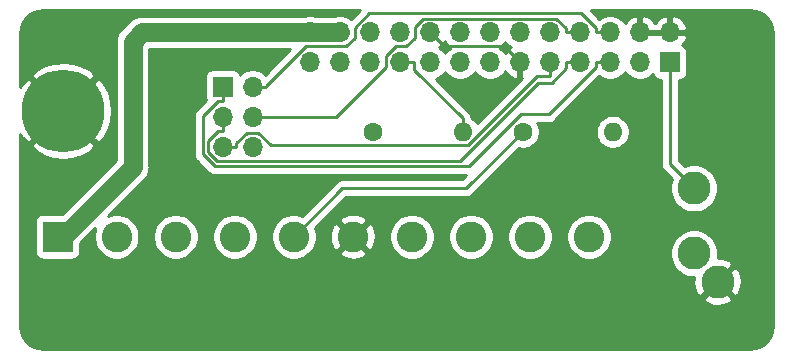
<source format=gbr>
G04 #@! TF.GenerationSoftware,KiCad,Pcbnew,5.1.5-52549c5~84~ubuntu18.04.1*
G04 #@! TF.CreationDate,2020-03-14T14:57:04-04:00*
G04 #@! TF.ProjectId,imac_g3_slot_loading_J22_adapter_board,696d6163-5f67-4335-9f73-6c6f745f6c6f,1*
G04 #@! TF.SameCoordinates,Original*
G04 #@! TF.FileFunction,Copper,L1,Top*
G04 #@! TF.FilePolarity,Positive*
%FSLAX46Y46*%
G04 Gerber Fmt 4.6, Leading zero omitted, Abs format (unit mm)*
G04 Created by KiCad (PCBNEW 5.1.5-52549c5~84~ubuntu18.04.1) date 2020-03-14 14:57:04*
%MOMM*%
%LPD*%
G04 APERTURE LIST*
%ADD10R,1.700000X1.700000*%
%ADD11O,1.700000X1.700000*%
%ADD12C,7.000000*%
%ADD13C,2.800000*%
%ADD14O,1.600000X1.600000*%
%ADD15C,1.600000*%
%ADD16R,2.600000X2.600000*%
%ADD17C,2.600000*%
%ADD18C,0.250000*%
%ADD19C,1.587600*%
%ADD20C,0.254000*%
G04 APERTURE END LIST*
D10*
X161544000Y-91948000D03*
D11*
X161544000Y-89408000D03*
X159004000Y-91948000D03*
X159004000Y-89408000D03*
X156464000Y-91948000D03*
X156464000Y-89408000D03*
X153924000Y-91948000D03*
X153924000Y-89408000D03*
X151384000Y-91948000D03*
X151384000Y-89408000D03*
X148844000Y-91948000D03*
X148844000Y-89408000D03*
X146304000Y-91948000D03*
X146304000Y-89408000D03*
X143764000Y-91948000D03*
X143764000Y-89408000D03*
X141224000Y-91948000D03*
X141224000Y-89408000D03*
X138684000Y-91948000D03*
X138684000Y-89408000D03*
X136144000Y-91948000D03*
X136144000Y-89408000D03*
X133604000Y-91948000D03*
X133604000Y-89408000D03*
X131064000Y-91948000D03*
X131064000Y-89408000D03*
D12*
X110172000Y-96038000D03*
D13*
X165582000Y-110518000D03*
X163582000Y-108118000D03*
X163582000Y-102618000D03*
D14*
X143992000Y-97818000D03*
D15*
X136372000Y-97818000D03*
X149072000Y-97818000D03*
D14*
X156692000Y-97818000D03*
D16*
X109702000Y-106708000D03*
D17*
X114702000Y-106708000D03*
X119702000Y-106708000D03*
X124702000Y-106708000D03*
X129702000Y-106708000D03*
X134702000Y-106708000D03*
X139702000Y-106708000D03*
X144702000Y-106708000D03*
X149702000Y-106708000D03*
X154702000Y-106708000D03*
D10*
X123672000Y-94008000D03*
D11*
X126212000Y-94008000D03*
X123672000Y-96548000D03*
X126212000Y-96548000D03*
X123672000Y-99088000D03*
X126212000Y-99088000D03*
D18*
X147994001Y-91098001D02*
X148844000Y-91948000D01*
X147479001Y-90583001D02*
X147994001Y-91098001D01*
X142399001Y-90583001D02*
X147479001Y-90583001D01*
X141224000Y-89408000D02*
X142399001Y-90583001D01*
X163582000Y-102618000D02*
X161544000Y-100580000D01*
X161544000Y-100580000D02*
X161544000Y-91948000D01*
X123672000Y-95183300D02*
X123304700Y-95183300D01*
X123304700Y-95183300D02*
X121994900Y-96493100D01*
X121994900Y-96493100D02*
X121994900Y-99732100D01*
X121994900Y-99732100D02*
X123020600Y-100757800D01*
X123020600Y-100757800D02*
X144531200Y-100757800D01*
X144531200Y-100757800D02*
X148946400Y-96342600D01*
X148946400Y-96342600D02*
X151270700Y-96342600D01*
X151270700Y-96342600D02*
X155288700Y-92324600D01*
X155288700Y-92324600D02*
X155288700Y-91948000D01*
X156464000Y-91948000D02*
X155288700Y-91948000D01*
X123672000Y-94008000D02*
X123672000Y-95183300D01*
X156464000Y-89408000D02*
X155288700Y-89408000D01*
X126212000Y-94008000D02*
X127387300Y-94008000D01*
X127387300Y-94008000D02*
X127387300Y-93934500D01*
X127387300Y-93934500D02*
X130738400Y-90583400D01*
X130738400Y-90583400D02*
X134129600Y-90583400D01*
X134129600Y-90583400D02*
X134874000Y-89839000D01*
X134874000Y-89839000D02*
X134874000Y-88996800D01*
X134874000Y-88996800D02*
X136088500Y-87782300D01*
X136088500Y-87782300D02*
X154028300Y-87782300D01*
X154028300Y-87782300D02*
X155288700Y-89042700D01*
X155288700Y-89042700D02*
X155288700Y-89408000D01*
X153924000Y-91948000D02*
X152748700Y-91948000D01*
X123672000Y-96548000D02*
X123672000Y-97723300D01*
X123672000Y-97723300D02*
X123304700Y-97723300D01*
X123304700Y-97723300D02*
X122445300Y-98582700D01*
X122445300Y-98582700D02*
X122445300Y-99545600D01*
X122445300Y-99545600D02*
X123163000Y-100263300D01*
X123163000Y-100263300D02*
X143789100Y-100263300D01*
X143789100Y-100263300D02*
X150401200Y-93651200D01*
X150401200Y-93651200D02*
X151559700Y-93651200D01*
X151559700Y-93651200D02*
X152748700Y-92462200D01*
X152748700Y-92462200D02*
X152748700Y-91948000D01*
X153924000Y-89408000D02*
X152748700Y-89408000D01*
X126212000Y-96548000D02*
X127387300Y-96548000D01*
X127387300Y-96548000D02*
X133293900Y-96548000D01*
X133293900Y-96548000D02*
X137508600Y-92333300D01*
X137508600Y-92333300D02*
X137508600Y-91422400D01*
X137508600Y-91422400D02*
X138347600Y-90583400D01*
X138347600Y-90583400D02*
X139209600Y-90583400D01*
X139209600Y-90583400D02*
X139954000Y-89839000D01*
X139954000Y-89839000D02*
X139954000Y-88924900D01*
X139954000Y-88924900D02*
X140646200Y-88232700D01*
X140646200Y-88232700D02*
X151940800Y-88232700D01*
X151940800Y-88232700D02*
X152748700Y-89040600D01*
X152748700Y-89040600D02*
X152748700Y-89408000D01*
X151384000Y-91948000D02*
X151384000Y-93123300D01*
X151384000Y-93123300D02*
X150292200Y-93123300D01*
X150292200Y-93123300D02*
X144449200Y-98966300D01*
X144449200Y-98966300D02*
X127752500Y-98966300D01*
X127752500Y-98966300D02*
X126698900Y-97912700D01*
X126698900Y-97912700D02*
X125725100Y-97912700D01*
X125725100Y-97912700D02*
X124847300Y-98790500D01*
X124847300Y-98790500D02*
X124847300Y-99088000D01*
X123672000Y-99088000D02*
X124847300Y-99088000D01*
X138684000Y-91948000D02*
X139859300Y-91948000D01*
X143992000Y-97818000D02*
X143992000Y-96692700D01*
X143992000Y-96692700D02*
X139859300Y-92560000D01*
X139859300Y-92560000D02*
X139859300Y-91948000D01*
D19*
X133604000Y-89408000D02*
X131064000Y-89408000D01*
X116052000Y-100819250D02*
X110163250Y-106708000D01*
X116052000Y-90198000D02*
X116052000Y-100819250D01*
X131064000Y-89408000D02*
X116842000Y-89408000D01*
X110163250Y-106708000D02*
X109702000Y-106708000D01*
X116842000Y-89408000D02*
X116052000Y-90198000D01*
D18*
X129702000Y-106708000D02*
X133802400Y-102607600D01*
X133802400Y-102607600D02*
X144282400Y-102607600D01*
X144282400Y-102607600D02*
X149072000Y-97818000D01*
D20*
G36*
X134545142Y-88250857D02*
G01*
X134307411Y-88092010D01*
X134037158Y-87980068D01*
X133750260Y-87923000D01*
X133457740Y-87923000D01*
X133175206Y-87979200D01*
X131492794Y-87979200D01*
X131210260Y-87923000D01*
X130917740Y-87923000D01*
X130635206Y-87979200D01*
X116912181Y-87979200D01*
X116842000Y-87972288D01*
X116771819Y-87979200D01*
X116771812Y-87979200D01*
X116561906Y-87999874D01*
X116292576Y-88081574D01*
X116044361Y-88214248D01*
X115826798Y-88392798D01*
X115782052Y-88447321D01*
X115091317Y-89138056D01*
X115036798Y-89182799D01*
X114858248Y-89400362D01*
X114735265Y-89630446D01*
X114725574Y-89648577D01*
X114648781Y-89901732D01*
X114643874Y-89917907D01*
X114623200Y-90127813D01*
X114623200Y-90127819D01*
X114616288Y-90198000D01*
X114623200Y-90268181D01*
X114623201Y-100227421D01*
X110080695Y-104769928D01*
X108402000Y-104769928D01*
X108277518Y-104782188D01*
X108157820Y-104818498D01*
X108047506Y-104877463D01*
X107950815Y-104956815D01*
X107871463Y-105053506D01*
X107812498Y-105163820D01*
X107776188Y-105283518D01*
X107763928Y-105408000D01*
X107763928Y-108008000D01*
X107776188Y-108132482D01*
X107812498Y-108252180D01*
X107871463Y-108362494D01*
X107950815Y-108459185D01*
X108047506Y-108538537D01*
X108157820Y-108597502D01*
X108277518Y-108633812D01*
X108402000Y-108646072D01*
X111002000Y-108646072D01*
X111126482Y-108633812D01*
X111246180Y-108597502D01*
X111356494Y-108538537D01*
X111453185Y-108459185D01*
X111532537Y-108362494D01*
X111591502Y-108252180D01*
X111627812Y-108132482D01*
X111640072Y-108008000D01*
X111640072Y-107251805D01*
X112907168Y-105984710D01*
X112841361Y-106143581D01*
X112767000Y-106517419D01*
X112767000Y-106898581D01*
X112841361Y-107272419D01*
X112987225Y-107624566D01*
X113198987Y-107941491D01*
X113468509Y-108211013D01*
X113785434Y-108422775D01*
X114137581Y-108568639D01*
X114511419Y-108643000D01*
X114892581Y-108643000D01*
X115266419Y-108568639D01*
X115618566Y-108422775D01*
X115935491Y-108211013D01*
X116205013Y-107941491D01*
X116416775Y-107624566D01*
X116562639Y-107272419D01*
X116637000Y-106898581D01*
X116637000Y-106517419D01*
X117767000Y-106517419D01*
X117767000Y-106898581D01*
X117841361Y-107272419D01*
X117987225Y-107624566D01*
X118198987Y-107941491D01*
X118468509Y-108211013D01*
X118785434Y-108422775D01*
X119137581Y-108568639D01*
X119511419Y-108643000D01*
X119892581Y-108643000D01*
X120266419Y-108568639D01*
X120618566Y-108422775D01*
X120935491Y-108211013D01*
X121205013Y-107941491D01*
X121416775Y-107624566D01*
X121562639Y-107272419D01*
X121637000Y-106898581D01*
X121637000Y-106517419D01*
X122767000Y-106517419D01*
X122767000Y-106898581D01*
X122841361Y-107272419D01*
X122987225Y-107624566D01*
X123198987Y-107941491D01*
X123468509Y-108211013D01*
X123785434Y-108422775D01*
X124137581Y-108568639D01*
X124511419Y-108643000D01*
X124892581Y-108643000D01*
X125266419Y-108568639D01*
X125618566Y-108422775D01*
X125935491Y-108211013D01*
X126205013Y-107941491D01*
X126416775Y-107624566D01*
X126562639Y-107272419D01*
X126637000Y-106898581D01*
X126637000Y-106517419D01*
X126562639Y-106143581D01*
X126416775Y-105791434D01*
X126205013Y-105474509D01*
X125935491Y-105204987D01*
X125618566Y-104993225D01*
X125266419Y-104847361D01*
X124892581Y-104773000D01*
X124511419Y-104773000D01*
X124137581Y-104847361D01*
X123785434Y-104993225D01*
X123468509Y-105204987D01*
X123198987Y-105474509D01*
X122987225Y-105791434D01*
X122841361Y-106143581D01*
X122767000Y-106517419D01*
X121637000Y-106517419D01*
X121562639Y-106143581D01*
X121416775Y-105791434D01*
X121205013Y-105474509D01*
X120935491Y-105204987D01*
X120618566Y-104993225D01*
X120266419Y-104847361D01*
X119892581Y-104773000D01*
X119511419Y-104773000D01*
X119137581Y-104847361D01*
X118785434Y-104993225D01*
X118468509Y-105204987D01*
X118198987Y-105474509D01*
X117987225Y-105791434D01*
X117841361Y-106143581D01*
X117767000Y-106517419D01*
X116637000Y-106517419D01*
X116562639Y-106143581D01*
X116416775Y-105791434D01*
X116205013Y-105474509D01*
X115935491Y-105204987D01*
X115618566Y-104993225D01*
X115266419Y-104847361D01*
X114892581Y-104773000D01*
X114511419Y-104773000D01*
X114137581Y-104847361D01*
X113978710Y-104913168D01*
X117012684Y-101879194D01*
X117067202Y-101834452D01*
X117245752Y-101616889D01*
X117378426Y-101368674D01*
X117460126Y-101099344D01*
X117480800Y-100889438D01*
X117480800Y-100889429D01*
X117487712Y-100819251D01*
X117480800Y-100749072D01*
X117480800Y-90836800D01*
X129410198Y-90836800D01*
X127275553Y-92971446D01*
X127158632Y-92854525D01*
X126915411Y-92692010D01*
X126645158Y-92580068D01*
X126358260Y-92523000D01*
X126065740Y-92523000D01*
X125778842Y-92580068D01*
X125508589Y-92692010D01*
X125265368Y-92854525D01*
X125133513Y-92986380D01*
X125111502Y-92913820D01*
X125052537Y-92803506D01*
X124973185Y-92706815D01*
X124876494Y-92627463D01*
X124766180Y-92568498D01*
X124646482Y-92532188D01*
X124522000Y-92519928D01*
X122822000Y-92519928D01*
X122697518Y-92532188D01*
X122577820Y-92568498D01*
X122467506Y-92627463D01*
X122370815Y-92706815D01*
X122291463Y-92803506D01*
X122232498Y-92913820D01*
X122196188Y-93033518D01*
X122183928Y-93158000D01*
X122183928Y-94858000D01*
X122196188Y-94982482D01*
X122232498Y-95102180D01*
X122259849Y-95153349D01*
X121483903Y-95929296D01*
X121454899Y-95953099D01*
X121414888Y-96001853D01*
X121359926Y-96068824D01*
X121357081Y-96074147D01*
X121289354Y-96200854D01*
X121245897Y-96344115D01*
X121234900Y-96455768D01*
X121234900Y-96455778D01*
X121231224Y-96493100D01*
X121234900Y-96530423D01*
X121234901Y-99694768D01*
X121231224Y-99732100D01*
X121234901Y-99769433D01*
X121243002Y-99851677D01*
X121245898Y-99881085D01*
X121289354Y-100024346D01*
X121359926Y-100156376D01*
X121429766Y-100241475D01*
X121454900Y-100272101D01*
X121483898Y-100295899D01*
X122456801Y-101268803D01*
X122480599Y-101297801D01*
X122596324Y-101392774D01*
X122728353Y-101463346D01*
X122871614Y-101506803D01*
X122983267Y-101517800D01*
X122983277Y-101517800D01*
X123020600Y-101521476D01*
X123057923Y-101517800D01*
X144297399Y-101517800D01*
X143967599Y-101847600D01*
X133839722Y-101847600D01*
X133802399Y-101843924D01*
X133765076Y-101847600D01*
X133765067Y-101847600D01*
X133653414Y-101858597D01*
X133510153Y-101902054D01*
X133378124Y-101972626D01*
X133262399Y-102067599D01*
X133238601Y-102096597D01*
X130422986Y-104912213D01*
X130266419Y-104847361D01*
X129892581Y-104773000D01*
X129511419Y-104773000D01*
X129137581Y-104847361D01*
X128785434Y-104993225D01*
X128468509Y-105204987D01*
X128198987Y-105474509D01*
X127987225Y-105791434D01*
X127841361Y-106143581D01*
X127767000Y-106517419D01*
X127767000Y-106898581D01*
X127841361Y-107272419D01*
X127987225Y-107624566D01*
X128198987Y-107941491D01*
X128468509Y-108211013D01*
X128785434Y-108422775D01*
X129137581Y-108568639D01*
X129511419Y-108643000D01*
X129892581Y-108643000D01*
X130266419Y-108568639D01*
X130618566Y-108422775D01*
X130935491Y-108211013D01*
X131089280Y-108057224D01*
X133532381Y-108057224D01*
X133664317Y-108352312D01*
X134005045Y-108523159D01*
X134372557Y-108624250D01*
X134752729Y-108651701D01*
X135130951Y-108604457D01*
X135492690Y-108484333D01*
X135739683Y-108352312D01*
X135871619Y-108057224D01*
X134702000Y-106887605D01*
X133532381Y-108057224D01*
X131089280Y-108057224D01*
X131205013Y-107941491D01*
X131416775Y-107624566D01*
X131562639Y-107272419D01*
X131637000Y-106898581D01*
X131637000Y-106758729D01*
X132758299Y-106758729D01*
X132805543Y-107136951D01*
X132925667Y-107498690D01*
X133057688Y-107745683D01*
X133352776Y-107877619D01*
X134522395Y-106708000D01*
X134881605Y-106708000D01*
X136051224Y-107877619D01*
X136346312Y-107745683D01*
X136517159Y-107404955D01*
X136618250Y-107037443D01*
X136645701Y-106657271D01*
X136628232Y-106517419D01*
X137767000Y-106517419D01*
X137767000Y-106898581D01*
X137841361Y-107272419D01*
X137987225Y-107624566D01*
X138198987Y-107941491D01*
X138468509Y-108211013D01*
X138785434Y-108422775D01*
X139137581Y-108568639D01*
X139511419Y-108643000D01*
X139892581Y-108643000D01*
X140266419Y-108568639D01*
X140618566Y-108422775D01*
X140935491Y-108211013D01*
X141205013Y-107941491D01*
X141416775Y-107624566D01*
X141562639Y-107272419D01*
X141637000Y-106898581D01*
X141637000Y-106517419D01*
X142767000Y-106517419D01*
X142767000Y-106898581D01*
X142841361Y-107272419D01*
X142987225Y-107624566D01*
X143198987Y-107941491D01*
X143468509Y-108211013D01*
X143785434Y-108422775D01*
X144137581Y-108568639D01*
X144511419Y-108643000D01*
X144892581Y-108643000D01*
X145266419Y-108568639D01*
X145618566Y-108422775D01*
X145935491Y-108211013D01*
X146205013Y-107941491D01*
X146416775Y-107624566D01*
X146562639Y-107272419D01*
X146637000Y-106898581D01*
X146637000Y-106517419D01*
X147767000Y-106517419D01*
X147767000Y-106898581D01*
X147841361Y-107272419D01*
X147987225Y-107624566D01*
X148198987Y-107941491D01*
X148468509Y-108211013D01*
X148785434Y-108422775D01*
X149137581Y-108568639D01*
X149511419Y-108643000D01*
X149892581Y-108643000D01*
X150266419Y-108568639D01*
X150618566Y-108422775D01*
X150935491Y-108211013D01*
X151205013Y-107941491D01*
X151416775Y-107624566D01*
X151562639Y-107272419D01*
X151637000Y-106898581D01*
X151637000Y-106517419D01*
X152767000Y-106517419D01*
X152767000Y-106898581D01*
X152841361Y-107272419D01*
X152987225Y-107624566D01*
X153198987Y-107941491D01*
X153468509Y-108211013D01*
X153785434Y-108422775D01*
X154137581Y-108568639D01*
X154511419Y-108643000D01*
X154892581Y-108643000D01*
X155266419Y-108568639D01*
X155618566Y-108422775D01*
X155935491Y-108211013D01*
X156205013Y-107941491D01*
X156220996Y-107917570D01*
X161547000Y-107917570D01*
X161547000Y-108318430D01*
X161625204Y-108711587D01*
X161778607Y-109081934D01*
X162001313Y-109415237D01*
X162284763Y-109698687D01*
X162618066Y-109921393D01*
X162988413Y-110074796D01*
X163381570Y-110153000D01*
X163571202Y-110153000D01*
X163567845Y-110165053D01*
X163537690Y-110564777D01*
X163586096Y-110962704D01*
X163711205Y-111343540D01*
X163856230Y-111614865D01*
X164161553Y-111758842D01*
X165402395Y-110518000D01*
X165761605Y-110518000D01*
X167002447Y-111758842D01*
X167307770Y-111614865D01*
X167488597Y-111257108D01*
X167596155Y-110870947D01*
X167626310Y-110471223D01*
X167577904Y-110073296D01*
X167452795Y-109692460D01*
X167307770Y-109421135D01*
X167002447Y-109277158D01*
X165761605Y-110518000D01*
X165402395Y-110518000D01*
X165388253Y-110503858D01*
X165567858Y-110324253D01*
X165582000Y-110338395D01*
X166822842Y-109097553D01*
X166678865Y-108792230D01*
X166321108Y-108611403D01*
X165934947Y-108503845D01*
X165585364Y-108477473D01*
X165617000Y-108318430D01*
X165617000Y-107917570D01*
X165538796Y-107524413D01*
X165385393Y-107154066D01*
X165162687Y-106820763D01*
X164879237Y-106537313D01*
X164545934Y-106314607D01*
X164175587Y-106161204D01*
X163782430Y-106083000D01*
X163381570Y-106083000D01*
X162988413Y-106161204D01*
X162618066Y-106314607D01*
X162284763Y-106537313D01*
X162001313Y-106820763D01*
X161778607Y-107154066D01*
X161625204Y-107524413D01*
X161547000Y-107917570D01*
X156220996Y-107917570D01*
X156416775Y-107624566D01*
X156562639Y-107272419D01*
X156637000Y-106898581D01*
X156637000Y-106517419D01*
X156562639Y-106143581D01*
X156416775Y-105791434D01*
X156205013Y-105474509D01*
X155935491Y-105204987D01*
X155618566Y-104993225D01*
X155266419Y-104847361D01*
X154892581Y-104773000D01*
X154511419Y-104773000D01*
X154137581Y-104847361D01*
X153785434Y-104993225D01*
X153468509Y-105204987D01*
X153198987Y-105474509D01*
X152987225Y-105791434D01*
X152841361Y-106143581D01*
X152767000Y-106517419D01*
X151637000Y-106517419D01*
X151562639Y-106143581D01*
X151416775Y-105791434D01*
X151205013Y-105474509D01*
X150935491Y-105204987D01*
X150618566Y-104993225D01*
X150266419Y-104847361D01*
X149892581Y-104773000D01*
X149511419Y-104773000D01*
X149137581Y-104847361D01*
X148785434Y-104993225D01*
X148468509Y-105204987D01*
X148198987Y-105474509D01*
X147987225Y-105791434D01*
X147841361Y-106143581D01*
X147767000Y-106517419D01*
X146637000Y-106517419D01*
X146562639Y-106143581D01*
X146416775Y-105791434D01*
X146205013Y-105474509D01*
X145935491Y-105204987D01*
X145618566Y-104993225D01*
X145266419Y-104847361D01*
X144892581Y-104773000D01*
X144511419Y-104773000D01*
X144137581Y-104847361D01*
X143785434Y-104993225D01*
X143468509Y-105204987D01*
X143198987Y-105474509D01*
X142987225Y-105791434D01*
X142841361Y-106143581D01*
X142767000Y-106517419D01*
X141637000Y-106517419D01*
X141562639Y-106143581D01*
X141416775Y-105791434D01*
X141205013Y-105474509D01*
X140935491Y-105204987D01*
X140618566Y-104993225D01*
X140266419Y-104847361D01*
X139892581Y-104773000D01*
X139511419Y-104773000D01*
X139137581Y-104847361D01*
X138785434Y-104993225D01*
X138468509Y-105204987D01*
X138198987Y-105474509D01*
X137987225Y-105791434D01*
X137841361Y-106143581D01*
X137767000Y-106517419D01*
X136628232Y-106517419D01*
X136598457Y-106279049D01*
X136478333Y-105917310D01*
X136346312Y-105670317D01*
X136051224Y-105538381D01*
X134881605Y-106708000D01*
X134522395Y-106708000D01*
X133352776Y-105538381D01*
X133057688Y-105670317D01*
X132886841Y-106011045D01*
X132785750Y-106378557D01*
X132758299Y-106758729D01*
X131637000Y-106758729D01*
X131637000Y-106517419D01*
X131562639Y-106143581D01*
X131497787Y-105987014D01*
X132126025Y-105358776D01*
X133532381Y-105358776D01*
X134702000Y-106528395D01*
X135871619Y-105358776D01*
X135739683Y-105063688D01*
X135398955Y-104892841D01*
X135031443Y-104791750D01*
X134651271Y-104764299D01*
X134273049Y-104811543D01*
X133911310Y-104931667D01*
X133664317Y-105063688D01*
X133532381Y-105358776D01*
X132126025Y-105358776D01*
X134117202Y-103367600D01*
X144245078Y-103367600D01*
X144282400Y-103371276D01*
X144319722Y-103367600D01*
X144319733Y-103367600D01*
X144431386Y-103356603D01*
X144574647Y-103313146D01*
X144706676Y-103242574D01*
X144822401Y-103147601D01*
X144846204Y-103118597D01*
X148748114Y-99216688D01*
X148930665Y-99253000D01*
X149213335Y-99253000D01*
X149490574Y-99197853D01*
X149751727Y-99089680D01*
X149986759Y-98932637D01*
X150186637Y-98732759D01*
X150343680Y-98497727D01*
X150451853Y-98236574D01*
X150507000Y-97959335D01*
X150507000Y-97676665D01*
X155257000Y-97676665D01*
X155257000Y-97959335D01*
X155312147Y-98236574D01*
X155420320Y-98497727D01*
X155577363Y-98732759D01*
X155777241Y-98932637D01*
X156012273Y-99089680D01*
X156273426Y-99197853D01*
X156550665Y-99253000D01*
X156833335Y-99253000D01*
X157110574Y-99197853D01*
X157371727Y-99089680D01*
X157606759Y-98932637D01*
X157806637Y-98732759D01*
X157963680Y-98497727D01*
X158071853Y-98236574D01*
X158127000Y-97959335D01*
X158127000Y-97676665D01*
X158071853Y-97399426D01*
X157963680Y-97138273D01*
X157806637Y-96903241D01*
X157606759Y-96703363D01*
X157371727Y-96546320D01*
X157110574Y-96438147D01*
X156833335Y-96383000D01*
X156550665Y-96383000D01*
X156273426Y-96438147D01*
X156012273Y-96546320D01*
X155777241Y-96703363D01*
X155577363Y-96903241D01*
X155420320Y-97138273D01*
X155312147Y-97399426D01*
X155257000Y-97676665D01*
X150507000Y-97676665D01*
X150451853Y-97399426D01*
X150343680Y-97138273D01*
X150319844Y-97102600D01*
X151233378Y-97102600D01*
X151270700Y-97106276D01*
X151308022Y-97102600D01*
X151308033Y-97102600D01*
X151419686Y-97091603D01*
X151562947Y-97048146D01*
X151694976Y-96977574D01*
X151810701Y-96882601D01*
X151834504Y-96853597D01*
X155558886Y-93129216D01*
X155760589Y-93263990D01*
X156030842Y-93375932D01*
X156317740Y-93433000D01*
X156610260Y-93433000D01*
X156897158Y-93375932D01*
X157167411Y-93263990D01*
X157410632Y-93101475D01*
X157617475Y-92894632D01*
X157734000Y-92720240D01*
X157850525Y-92894632D01*
X158057368Y-93101475D01*
X158300589Y-93263990D01*
X158570842Y-93375932D01*
X158857740Y-93433000D01*
X159150260Y-93433000D01*
X159437158Y-93375932D01*
X159707411Y-93263990D01*
X159950632Y-93101475D01*
X160082487Y-92969620D01*
X160104498Y-93042180D01*
X160163463Y-93152494D01*
X160242815Y-93249185D01*
X160339506Y-93328537D01*
X160449820Y-93387502D01*
X160569518Y-93423812D01*
X160694000Y-93436072D01*
X160784001Y-93436072D01*
X160784000Y-100542678D01*
X160780324Y-100580000D01*
X160784000Y-100617322D01*
X160784000Y-100617332D01*
X160794997Y-100728985D01*
X160824759Y-100827099D01*
X160838454Y-100872246D01*
X160909026Y-101004276D01*
X160915614Y-101012303D01*
X161003999Y-101120001D01*
X161033003Y-101143804D01*
X161709677Y-101820478D01*
X161625204Y-102024413D01*
X161547000Y-102417570D01*
X161547000Y-102818430D01*
X161625204Y-103211587D01*
X161778607Y-103581934D01*
X162001313Y-103915237D01*
X162284763Y-104198687D01*
X162618066Y-104421393D01*
X162988413Y-104574796D01*
X163381570Y-104653000D01*
X163782430Y-104653000D01*
X164175587Y-104574796D01*
X164545934Y-104421393D01*
X164879237Y-104198687D01*
X165162687Y-103915237D01*
X165385393Y-103581934D01*
X165538796Y-103211587D01*
X165617000Y-102818430D01*
X165617000Y-102417570D01*
X165538796Y-102024413D01*
X165385393Y-101654066D01*
X165162687Y-101320763D01*
X164879237Y-101037313D01*
X164545934Y-100814607D01*
X164175587Y-100661204D01*
X163782430Y-100583000D01*
X163381570Y-100583000D01*
X162988413Y-100661204D01*
X162784478Y-100745677D01*
X162304000Y-100265199D01*
X162304000Y-93436072D01*
X162394000Y-93436072D01*
X162518482Y-93423812D01*
X162638180Y-93387502D01*
X162748494Y-93328537D01*
X162845185Y-93249185D01*
X162924537Y-93152494D01*
X162983502Y-93042180D01*
X163019812Y-92922482D01*
X163032072Y-92798000D01*
X163032072Y-91098000D01*
X163019812Y-90973518D01*
X162983502Y-90853820D01*
X162924537Y-90743506D01*
X162845185Y-90646815D01*
X162748494Y-90567463D01*
X162638180Y-90508498D01*
X162562374Y-90485502D01*
X162739178Y-90289355D01*
X162888157Y-90039252D01*
X162985481Y-89764891D01*
X162864814Y-89535000D01*
X161671000Y-89535000D01*
X161671000Y-89555000D01*
X161417000Y-89555000D01*
X161417000Y-89535000D01*
X159131000Y-89535000D01*
X159131000Y-89555000D01*
X158877000Y-89555000D01*
X158877000Y-89535000D01*
X158857000Y-89535000D01*
X158857000Y-89281000D01*
X158877000Y-89281000D01*
X158877000Y-88087845D01*
X159131000Y-88087845D01*
X159131000Y-89281000D01*
X161417000Y-89281000D01*
X161417000Y-88087845D01*
X161671000Y-88087845D01*
X161671000Y-89281000D01*
X162864814Y-89281000D01*
X162985481Y-89051109D01*
X162888157Y-88776748D01*
X162739178Y-88526645D01*
X162544269Y-88310412D01*
X162310920Y-88136359D01*
X162048099Y-88011175D01*
X161900890Y-87966524D01*
X161671000Y-88087845D01*
X161417000Y-88087845D01*
X161187110Y-87966524D01*
X161039901Y-88011175D01*
X160777080Y-88136359D01*
X160543731Y-88310412D01*
X160348822Y-88526645D01*
X160274000Y-88652255D01*
X160199178Y-88526645D01*
X160004269Y-88310412D01*
X159770920Y-88136359D01*
X159508099Y-88011175D01*
X159360890Y-87966524D01*
X159131000Y-88087845D01*
X158877000Y-88087845D01*
X158647110Y-87966524D01*
X158499901Y-88011175D01*
X158237080Y-88136359D01*
X158003731Y-88310412D01*
X157808822Y-88526645D01*
X157739195Y-88643534D01*
X157617475Y-88461368D01*
X157410632Y-88254525D01*
X157167411Y-88092010D01*
X156897158Y-87980068D01*
X156610260Y-87923000D01*
X156317740Y-87923000D01*
X156030842Y-87980068D01*
X155760589Y-88092010D01*
X155552112Y-88231310D01*
X154848801Y-87528000D01*
X168319721Y-87528000D01*
X168716545Y-87566909D01*
X169067208Y-87672780D01*
X169390625Y-87844744D01*
X169674484Y-88076254D01*
X169907965Y-88358486D01*
X170082183Y-88680695D01*
X170190502Y-89030614D01*
X170232000Y-89425443D01*
X170232001Y-114295711D01*
X170193091Y-114692545D01*
X170087220Y-115043206D01*
X169915257Y-115366623D01*
X169683748Y-115650482D01*
X169401514Y-115883965D01*
X169079304Y-116058184D01*
X168729385Y-116166502D01*
X168334557Y-116208000D01*
X108464279Y-116208000D01*
X108067455Y-116169091D01*
X107716794Y-116063220D01*
X107393377Y-115891257D01*
X107109518Y-115659748D01*
X106876035Y-115377514D01*
X106701816Y-115055304D01*
X106593498Y-114705385D01*
X106552000Y-114310557D01*
X106552000Y-111938447D01*
X164341158Y-111938447D01*
X164485135Y-112243770D01*
X164842892Y-112424597D01*
X165229053Y-112532155D01*
X165628777Y-112562310D01*
X166026704Y-112513904D01*
X166407540Y-112388795D01*
X166678865Y-112243770D01*
X166822842Y-111938447D01*
X165582000Y-110697605D01*
X164341158Y-111938447D01*
X106552000Y-111938447D01*
X106552000Y-98952155D01*
X107437450Y-98952155D01*
X107833634Y-99472550D01*
X108548612Y-99862748D01*
X109325976Y-100105964D01*
X110135853Y-100192851D01*
X110947118Y-100120069D01*
X111728597Y-99890415D01*
X112450256Y-99512715D01*
X112510366Y-99472550D01*
X112906550Y-98952155D01*
X110172000Y-96217605D01*
X107437450Y-98952155D01*
X106552000Y-98952155D01*
X106552000Y-98038665D01*
X106697285Y-98316256D01*
X106737450Y-98376366D01*
X107257845Y-98772550D01*
X109992395Y-96038000D01*
X110351605Y-96038000D01*
X113086155Y-98772550D01*
X113606550Y-98376366D01*
X113996748Y-97661388D01*
X114239964Y-96884024D01*
X114326851Y-96074147D01*
X114254069Y-95262882D01*
X114024415Y-94481403D01*
X113646715Y-93759744D01*
X113606550Y-93699634D01*
X113086155Y-93303450D01*
X110351605Y-96038000D01*
X109992395Y-96038000D01*
X107257845Y-93303450D01*
X106737450Y-93699634D01*
X106552000Y-94039443D01*
X106552000Y-93123845D01*
X107437450Y-93123845D01*
X110172000Y-95858395D01*
X112906550Y-93123845D01*
X112510366Y-92603450D01*
X111795388Y-92213252D01*
X111018024Y-91970036D01*
X110208147Y-91883149D01*
X109396882Y-91955931D01*
X108615403Y-92185585D01*
X107893744Y-92563285D01*
X107833634Y-92603450D01*
X107437450Y-93123845D01*
X106552000Y-93123845D01*
X106552000Y-89440279D01*
X106590909Y-89043455D01*
X106696780Y-88692792D01*
X106868744Y-88369375D01*
X107100254Y-88085516D01*
X107382486Y-87852035D01*
X107704695Y-87677817D01*
X108054614Y-87569498D01*
X108449443Y-87528000D01*
X135267998Y-87528000D01*
X134545142Y-88250857D01*
G37*
X134545142Y-88250857D02*
X134307411Y-88092010D01*
X134037158Y-87980068D01*
X133750260Y-87923000D01*
X133457740Y-87923000D01*
X133175206Y-87979200D01*
X131492794Y-87979200D01*
X131210260Y-87923000D01*
X130917740Y-87923000D01*
X130635206Y-87979200D01*
X116912181Y-87979200D01*
X116842000Y-87972288D01*
X116771819Y-87979200D01*
X116771812Y-87979200D01*
X116561906Y-87999874D01*
X116292576Y-88081574D01*
X116044361Y-88214248D01*
X115826798Y-88392798D01*
X115782052Y-88447321D01*
X115091317Y-89138056D01*
X115036798Y-89182799D01*
X114858248Y-89400362D01*
X114735265Y-89630446D01*
X114725574Y-89648577D01*
X114648781Y-89901732D01*
X114643874Y-89917907D01*
X114623200Y-90127813D01*
X114623200Y-90127819D01*
X114616288Y-90198000D01*
X114623200Y-90268181D01*
X114623201Y-100227421D01*
X110080695Y-104769928D01*
X108402000Y-104769928D01*
X108277518Y-104782188D01*
X108157820Y-104818498D01*
X108047506Y-104877463D01*
X107950815Y-104956815D01*
X107871463Y-105053506D01*
X107812498Y-105163820D01*
X107776188Y-105283518D01*
X107763928Y-105408000D01*
X107763928Y-108008000D01*
X107776188Y-108132482D01*
X107812498Y-108252180D01*
X107871463Y-108362494D01*
X107950815Y-108459185D01*
X108047506Y-108538537D01*
X108157820Y-108597502D01*
X108277518Y-108633812D01*
X108402000Y-108646072D01*
X111002000Y-108646072D01*
X111126482Y-108633812D01*
X111246180Y-108597502D01*
X111356494Y-108538537D01*
X111453185Y-108459185D01*
X111532537Y-108362494D01*
X111591502Y-108252180D01*
X111627812Y-108132482D01*
X111640072Y-108008000D01*
X111640072Y-107251805D01*
X112907168Y-105984710D01*
X112841361Y-106143581D01*
X112767000Y-106517419D01*
X112767000Y-106898581D01*
X112841361Y-107272419D01*
X112987225Y-107624566D01*
X113198987Y-107941491D01*
X113468509Y-108211013D01*
X113785434Y-108422775D01*
X114137581Y-108568639D01*
X114511419Y-108643000D01*
X114892581Y-108643000D01*
X115266419Y-108568639D01*
X115618566Y-108422775D01*
X115935491Y-108211013D01*
X116205013Y-107941491D01*
X116416775Y-107624566D01*
X116562639Y-107272419D01*
X116637000Y-106898581D01*
X116637000Y-106517419D01*
X117767000Y-106517419D01*
X117767000Y-106898581D01*
X117841361Y-107272419D01*
X117987225Y-107624566D01*
X118198987Y-107941491D01*
X118468509Y-108211013D01*
X118785434Y-108422775D01*
X119137581Y-108568639D01*
X119511419Y-108643000D01*
X119892581Y-108643000D01*
X120266419Y-108568639D01*
X120618566Y-108422775D01*
X120935491Y-108211013D01*
X121205013Y-107941491D01*
X121416775Y-107624566D01*
X121562639Y-107272419D01*
X121637000Y-106898581D01*
X121637000Y-106517419D01*
X122767000Y-106517419D01*
X122767000Y-106898581D01*
X122841361Y-107272419D01*
X122987225Y-107624566D01*
X123198987Y-107941491D01*
X123468509Y-108211013D01*
X123785434Y-108422775D01*
X124137581Y-108568639D01*
X124511419Y-108643000D01*
X124892581Y-108643000D01*
X125266419Y-108568639D01*
X125618566Y-108422775D01*
X125935491Y-108211013D01*
X126205013Y-107941491D01*
X126416775Y-107624566D01*
X126562639Y-107272419D01*
X126637000Y-106898581D01*
X126637000Y-106517419D01*
X126562639Y-106143581D01*
X126416775Y-105791434D01*
X126205013Y-105474509D01*
X125935491Y-105204987D01*
X125618566Y-104993225D01*
X125266419Y-104847361D01*
X124892581Y-104773000D01*
X124511419Y-104773000D01*
X124137581Y-104847361D01*
X123785434Y-104993225D01*
X123468509Y-105204987D01*
X123198987Y-105474509D01*
X122987225Y-105791434D01*
X122841361Y-106143581D01*
X122767000Y-106517419D01*
X121637000Y-106517419D01*
X121562639Y-106143581D01*
X121416775Y-105791434D01*
X121205013Y-105474509D01*
X120935491Y-105204987D01*
X120618566Y-104993225D01*
X120266419Y-104847361D01*
X119892581Y-104773000D01*
X119511419Y-104773000D01*
X119137581Y-104847361D01*
X118785434Y-104993225D01*
X118468509Y-105204987D01*
X118198987Y-105474509D01*
X117987225Y-105791434D01*
X117841361Y-106143581D01*
X117767000Y-106517419D01*
X116637000Y-106517419D01*
X116562639Y-106143581D01*
X116416775Y-105791434D01*
X116205013Y-105474509D01*
X115935491Y-105204987D01*
X115618566Y-104993225D01*
X115266419Y-104847361D01*
X114892581Y-104773000D01*
X114511419Y-104773000D01*
X114137581Y-104847361D01*
X113978710Y-104913168D01*
X117012684Y-101879194D01*
X117067202Y-101834452D01*
X117245752Y-101616889D01*
X117378426Y-101368674D01*
X117460126Y-101099344D01*
X117480800Y-100889438D01*
X117480800Y-100889429D01*
X117487712Y-100819251D01*
X117480800Y-100749072D01*
X117480800Y-90836800D01*
X129410198Y-90836800D01*
X127275553Y-92971446D01*
X127158632Y-92854525D01*
X126915411Y-92692010D01*
X126645158Y-92580068D01*
X126358260Y-92523000D01*
X126065740Y-92523000D01*
X125778842Y-92580068D01*
X125508589Y-92692010D01*
X125265368Y-92854525D01*
X125133513Y-92986380D01*
X125111502Y-92913820D01*
X125052537Y-92803506D01*
X124973185Y-92706815D01*
X124876494Y-92627463D01*
X124766180Y-92568498D01*
X124646482Y-92532188D01*
X124522000Y-92519928D01*
X122822000Y-92519928D01*
X122697518Y-92532188D01*
X122577820Y-92568498D01*
X122467506Y-92627463D01*
X122370815Y-92706815D01*
X122291463Y-92803506D01*
X122232498Y-92913820D01*
X122196188Y-93033518D01*
X122183928Y-93158000D01*
X122183928Y-94858000D01*
X122196188Y-94982482D01*
X122232498Y-95102180D01*
X122259849Y-95153349D01*
X121483903Y-95929296D01*
X121454899Y-95953099D01*
X121414888Y-96001853D01*
X121359926Y-96068824D01*
X121357081Y-96074147D01*
X121289354Y-96200854D01*
X121245897Y-96344115D01*
X121234900Y-96455768D01*
X121234900Y-96455778D01*
X121231224Y-96493100D01*
X121234900Y-96530423D01*
X121234901Y-99694768D01*
X121231224Y-99732100D01*
X121234901Y-99769433D01*
X121243002Y-99851677D01*
X121245898Y-99881085D01*
X121289354Y-100024346D01*
X121359926Y-100156376D01*
X121429766Y-100241475D01*
X121454900Y-100272101D01*
X121483898Y-100295899D01*
X122456801Y-101268803D01*
X122480599Y-101297801D01*
X122596324Y-101392774D01*
X122728353Y-101463346D01*
X122871614Y-101506803D01*
X122983267Y-101517800D01*
X122983277Y-101517800D01*
X123020600Y-101521476D01*
X123057923Y-101517800D01*
X144297399Y-101517800D01*
X143967599Y-101847600D01*
X133839722Y-101847600D01*
X133802399Y-101843924D01*
X133765076Y-101847600D01*
X133765067Y-101847600D01*
X133653414Y-101858597D01*
X133510153Y-101902054D01*
X133378124Y-101972626D01*
X133262399Y-102067599D01*
X133238601Y-102096597D01*
X130422986Y-104912213D01*
X130266419Y-104847361D01*
X129892581Y-104773000D01*
X129511419Y-104773000D01*
X129137581Y-104847361D01*
X128785434Y-104993225D01*
X128468509Y-105204987D01*
X128198987Y-105474509D01*
X127987225Y-105791434D01*
X127841361Y-106143581D01*
X127767000Y-106517419D01*
X127767000Y-106898581D01*
X127841361Y-107272419D01*
X127987225Y-107624566D01*
X128198987Y-107941491D01*
X128468509Y-108211013D01*
X128785434Y-108422775D01*
X129137581Y-108568639D01*
X129511419Y-108643000D01*
X129892581Y-108643000D01*
X130266419Y-108568639D01*
X130618566Y-108422775D01*
X130935491Y-108211013D01*
X131089280Y-108057224D01*
X133532381Y-108057224D01*
X133664317Y-108352312D01*
X134005045Y-108523159D01*
X134372557Y-108624250D01*
X134752729Y-108651701D01*
X135130951Y-108604457D01*
X135492690Y-108484333D01*
X135739683Y-108352312D01*
X135871619Y-108057224D01*
X134702000Y-106887605D01*
X133532381Y-108057224D01*
X131089280Y-108057224D01*
X131205013Y-107941491D01*
X131416775Y-107624566D01*
X131562639Y-107272419D01*
X131637000Y-106898581D01*
X131637000Y-106758729D01*
X132758299Y-106758729D01*
X132805543Y-107136951D01*
X132925667Y-107498690D01*
X133057688Y-107745683D01*
X133352776Y-107877619D01*
X134522395Y-106708000D01*
X134881605Y-106708000D01*
X136051224Y-107877619D01*
X136346312Y-107745683D01*
X136517159Y-107404955D01*
X136618250Y-107037443D01*
X136645701Y-106657271D01*
X136628232Y-106517419D01*
X137767000Y-106517419D01*
X137767000Y-106898581D01*
X137841361Y-107272419D01*
X137987225Y-107624566D01*
X138198987Y-107941491D01*
X138468509Y-108211013D01*
X138785434Y-108422775D01*
X139137581Y-108568639D01*
X139511419Y-108643000D01*
X139892581Y-108643000D01*
X140266419Y-108568639D01*
X140618566Y-108422775D01*
X140935491Y-108211013D01*
X141205013Y-107941491D01*
X141416775Y-107624566D01*
X141562639Y-107272419D01*
X141637000Y-106898581D01*
X141637000Y-106517419D01*
X142767000Y-106517419D01*
X142767000Y-106898581D01*
X142841361Y-107272419D01*
X142987225Y-107624566D01*
X143198987Y-107941491D01*
X143468509Y-108211013D01*
X143785434Y-108422775D01*
X144137581Y-108568639D01*
X144511419Y-108643000D01*
X144892581Y-108643000D01*
X145266419Y-108568639D01*
X145618566Y-108422775D01*
X145935491Y-108211013D01*
X146205013Y-107941491D01*
X146416775Y-107624566D01*
X146562639Y-107272419D01*
X146637000Y-106898581D01*
X146637000Y-106517419D01*
X147767000Y-106517419D01*
X147767000Y-106898581D01*
X147841361Y-107272419D01*
X147987225Y-107624566D01*
X148198987Y-107941491D01*
X148468509Y-108211013D01*
X148785434Y-108422775D01*
X149137581Y-108568639D01*
X149511419Y-108643000D01*
X149892581Y-108643000D01*
X150266419Y-108568639D01*
X150618566Y-108422775D01*
X150935491Y-108211013D01*
X151205013Y-107941491D01*
X151416775Y-107624566D01*
X151562639Y-107272419D01*
X151637000Y-106898581D01*
X151637000Y-106517419D01*
X152767000Y-106517419D01*
X152767000Y-106898581D01*
X152841361Y-107272419D01*
X152987225Y-107624566D01*
X153198987Y-107941491D01*
X153468509Y-108211013D01*
X153785434Y-108422775D01*
X154137581Y-108568639D01*
X154511419Y-108643000D01*
X154892581Y-108643000D01*
X155266419Y-108568639D01*
X155618566Y-108422775D01*
X155935491Y-108211013D01*
X156205013Y-107941491D01*
X156220996Y-107917570D01*
X161547000Y-107917570D01*
X161547000Y-108318430D01*
X161625204Y-108711587D01*
X161778607Y-109081934D01*
X162001313Y-109415237D01*
X162284763Y-109698687D01*
X162618066Y-109921393D01*
X162988413Y-110074796D01*
X163381570Y-110153000D01*
X163571202Y-110153000D01*
X163567845Y-110165053D01*
X163537690Y-110564777D01*
X163586096Y-110962704D01*
X163711205Y-111343540D01*
X163856230Y-111614865D01*
X164161553Y-111758842D01*
X165402395Y-110518000D01*
X165761605Y-110518000D01*
X167002447Y-111758842D01*
X167307770Y-111614865D01*
X167488597Y-111257108D01*
X167596155Y-110870947D01*
X167626310Y-110471223D01*
X167577904Y-110073296D01*
X167452795Y-109692460D01*
X167307770Y-109421135D01*
X167002447Y-109277158D01*
X165761605Y-110518000D01*
X165402395Y-110518000D01*
X165388253Y-110503858D01*
X165567858Y-110324253D01*
X165582000Y-110338395D01*
X166822842Y-109097553D01*
X166678865Y-108792230D01*
X166321108Y-108611403D01*
X165934947Y-108503845D01*
X165585364Y-108477473D01*
X165617000Y-108318430D01*
X165617000Y-107917570D01*
X165538796Y-107524413D01*
X165385393Y-107154066D01*
X165162687Y-106820763D01*
X164879237Y-106537313D01*
X164545934Y-106314607D01*
X164175587Y-106161204D01*
X163782430Y-106083000D01*
X163381570Y-106083000D01*
X162988413Y-106161204D01*
X162618066Y-106314607D01*
X162284763Y-106537313D01*
X162001313Y-106820763D01*
X161778607Y-107154066D01*
X161625204Y-107524413D01*
X161547000Y-107917570D01*
X156220996Y-107917570D01*
X156416775Y-107624566D01*
X156562639Y-107272419D01*
X156637000Y-106898581D01*
X156637000Y-106517419D01*
X156562639Y-106143581D01*
X156416775Y-105791434D01*
X156205013Y-105474509D01*
X155935491Y-105204987D01*
X155618566Y-104993225D01*
X155266419Y-104847361D01*
X154892581Y-104773000D01*
X154511419Y-104773000D01*
X154137581Y-104847361D01*
X153785434Y-104993225D01*
X153468509Y-105204987D01*
X153198987Y-105474509D01*
X152987225Y-105791434D01*
X152841361Y-106143581D01*
X152767000Y-106517419D01*
X151637000Y-106517419D01*
X151562639Y-106143581D01*
X151416775Y-105791434D01*
X151205013Y-105474509D01*
X150935491Y-105204987D01*
X150618566Y-104993225D01*
X150266419Y-104847361D01*
X149892581Y-104773000D01*
X149511419Y-104773000D01*
X149137581Y-104847361D01*
X148785434Y-104993225D01*
X148468509Y-105204987D01*
X148198987Y-105474509D01*
X147987225Y-105791434D01*
X147841361Y-106143581D01*
X147767000Y-106517419D01*
X146637000Y-106517419D01*
X146562639Y-106143581D01*
X146416775Y-105791434D01*
X146205013Y-105474509D01*
X145935491Y-105204987D01*
X145618566Y-104993225D01*
X145266419Y-104847361D01*
X144892581Y-104773000D01*
X144511419Y-104773000D01*
X144137581Y-104847361D01*
X143785434Y-104993225D01*
X143468509Y-105204987D01*
X143198987Y-105474509D01*
X142987225Y-105791434D01*
X142841361Y-106143581D01*
X142767000Y-106517419D01*
X141637000Y-106517419D01*
X141562639Y-106143581D01*
X141416775Y-105791434D01*
X141205013Y-105474509D01*
X140935491Y-105204987D01*
X140618566Y-104993225D01*
X140266419Y-104847361D01*
X139892581Y-104773000D01*
X139511419Y-104773000D01*
X139137581Y-104847361D01*
X138785434Y-104993225D01*
X138468509Y-105204987D01*
X138198987Y-105474509D01*
X137987225Y-105791434D01*
X137841361Y-106143581D01*
X137767000Y-106517419D01*
X136628232Y-106517419D01*
X136598457Y-106279049D01*
X136478333Y-105917310D01*
X136346312Y-105670317D01*
X136051224Y-105538381D01*
X134881605Y-106708000D01*
X134522395Y-106708000D01*
X133352776Y-105538381D01*
X133057688Y-105670317D01*
X132886841Y-106011045D01*
X132785750Y-106378557D01*
X132758299Y-106758729D01*
X131637000Y-106758729D01*
X131637000Y-106517419D01*
X131562639Y-106143581D01*
X131497787Y-105987014D01*
X132126025Y-105358776D01*
X133532381Y-105358776D01*
X134702000Y-106528395D01*
X135871619Y-105358776D01*
X135739683Y-105063688D01*
X135398955Y-104892841D01*
X135031443Y-104791750D01*
X134651271Y-104764299D01*
X134273049Y-104811543D01*
X133911310Y-104931667D01*
X133664317Y-105063688D01*
X133532381Y-105358776D01*
X132126025Y-105358776D01*
X134117202Y-103367600D01*
X144245078Y-103367600D01*
X144282400Y-103371276D01*
X144319722Y-103367600D01*
X144319733Y-103367600D01*
X144431386Y-103356603D01*
X144574647Y-103313146D01*
X144706676Y-103242574D01*
X144822401Y-103147601D01*
X144846204Y-103118597D01*
X148748114Y-99216688D01*
X148930665Y-99253000D01*
X149213335Y-99253000D01*
X149490574Y-99197853D01*
X149751727Y-99089680D01*
X149986759Y-98932637D01*
X150186637Y-98732759D01*
X150343680Y-98497727D01*
X150451853Y-98236574D01*
X150507000Y-97959335D01*
X150507000Y-97676665D01*
X155257000Y-97676665D01*
X155257000Y-97959335D01*
X155312147Y-98236574D01*
X155420320Y-98497727D01*
X155577363Y-98732759D01*
X155777241Y-98932637D01*
X156012273Y-99089680D01*
X156273426Y-99197853D01*
X156550665Y-99253000D01*
X156833335Y-99253000D01*
X157110574Y-99197853D01*
X157371727Y-99089680D01*
X157606759Y-98932637D01*
X157806637Y-98732759D01*
X157963680Y-98497727D01*
X158071853Y-98236574D01*
X158127000Y-97959335D01*
X158127000Y-97676665D01*
X158071853Y-97399426D01*
X157963680Y-97138273D01*
X157806637Y-96903241D01*
X157606759Y-96703363D01*
X157371727Y-96546320D01*
X157110574Y-96438147D01*
X156833335Y-96383000D01*
X156550665Y-96383000D01*
X156273426Y-96438147D01*
X156012273Y-96546320D01*
X155777241Y-96703363D01*
X155577363Y-96903241D01*
X155420320Y-97138273D01*
X155312147Y-97399426D01*
X155257000Y-97676665D01*
X150507000Y-97676665D01*
X150451853Y-97399426D01*
X150343680Y-97138273D01*
X150319844Y-97102600D01*
X151233378Y-97102600D01*
X151270700Y-97106276D01*
X151308022Y-97102600D01*
X151308033Y-97102600D01*
X151419686Y-97091603D01*
X151562947Y-97048146D01*
X151694976Y-96977574D01*
X151810701Y-96882601D01*
X151834504Y-96853597D01*
X155558886Y-93129216D01*
X155760589Y-93263990D01*
X156030842Y-93375932D01*
X156317740Y-93433000D01*
X156610260Y-93433000D01*
X156897158Y-93375932D01*
X157167411Y-93263990D01*
X157410632Y-93101475D01*
X157617475Y-92894632D01*
X157734000Y-92720240D01*
X157850525Y-92894632D01*
X158057368Y-93101475D01*
X158300589Y-93263990D01*
X158570842Y-93375932D01*
X158857740Y-93433000D01*
X159150260Y-93433000D01*
X159437158Y-93375932D01*
X159707411Y-93263990D01*
X159950632Y-93101475D01*
X160082487Y-92969620D01*
X160104498Y-93042180D01*
X160163463Y-93152494D01*
X160242815Y-93249185D01*
X160339506Y-93328537D01*
X160449820Y-93387502D01*
X160569518Y-93423812D01*
X160694000Y-93436072D01*
X160784001Y-93436072D01*
X160784000Y-100542678D01*
X160780324Y-100580000D01*
X160784000Y-100617322D01*
X160784000Y-100617332D01*
X160794997Y-100728985D01*
X160824759Y-100827099D01*
X160838454Y-100872246D01*
X160909026Y-101004276D01*
X160915614Y-101012303D01*
X161003999Y-101120001D01*
X161033003Y-101143804D01*
X161709677Y-101820478D01*
X161625204Y-102024413D01*
X161547000Y-102417570D01*
X161547000Y-102818430D01*
X161625204Y-103211587D01*
X161778607Y-103581934D01*
X162001313Y-103915237D01*
X162284763Y-104198687D01*
X162618066Y-104421393D01*
X162988413Y-104574796D01*
X163381570Y-104653000D01*
X163782430Y-104653000D01*
X164175587Y-104574796D01*
X164545934Y-104421393D01*
X164879237Y-104198687D01*
X165162687Y-103915237D01*
X165385393Y-103581934D01*
X165538796Y-103211587D01*
X165617000Y-102818430D01*
X165617000Y-102417570D01*
X165538796Y-102024413D01*
X165385393Y-101654066D01*
X165162687Y-101320763D01*
X164879237Y-101037313D01*
X164545934Y-100814607D01*
X164175587Y-100661204D01*
X163782430Y-100583000D01*
X163381570Y-100583000D01*
X162988413Y-100661204D01*
X162784478Y-100745677D01*
X162304000Y-100265199D01*
X162304000Y-93436072D01*
X162394000Y-93436072D01*
X162518482Y-93423812D01*
X162638180Y-93387502D01*
X162748494Y-93328537D01*
X162845185Y-93249185D01*
X162924537Y-93152494D01*
X162983502Y-93042180D01*
X163019812Y-92922482D01*
X163032072Y-92798000D01*
X163032072Y-91098000D01*
X163019812Y-90973518D01*
X162983502Y-90853820D01*
X162924537Y-90743506D01*
X162845185Y-90646815D01*
X162748494Y-90567463D01*
X162638180Y-90508498D01*
X162562374Y-90485502D01*
X162739178Y-90289355D01*
X162888157Y-90039252D01*
X162985481Y-89764891D01*
X162864814Y-89535000D01*
X161671000Y-89535000D01*
X161671000Y-89555000D01*
X161417000Y-89555000D01*
X161417000Y-89535000D01*
X159131000Y-89535000D01*
X159131000Y-89555000D01*
X158877000Y-89555000D01*
X158877000Y-89535000D01*
X158857000Y-89535000D01*
X158857000Y-89281000D01*
X158877000Y-89281000D01*
X158877000Y-88087845D01*
X159131000Y-88087845D01*
X159131000Y-89281000D01*
X161417000Y-89281000D01*
X161417000Y-88087845D01*
X161671000Y-88087845D01*
X161671000Y-89281000D01*
X162864814Y-89281000D01*
X162985481Y-89051109D01*
X162888157Y-88776748D01*
X162739178Y-88526645D01*
X162544269Y-88310412D01*
X162310920Y-88136359D01*
X162048099Y-88011175D01*
X161900890Y-87966524D01*
X161671000Y-88087845D01*
X161417000Y-88087845D01*
X161187110Y-87966524D01*
X161039901Y-88011175D01*
X160777080Y-88136359D01*
X160543731Y-88310412D01*
X160348822Y-88526645D01*
X160274000Y-88652255D01*
X160199178Y-88526645D01*
X160004269Y-88310412D01*
X159770920Y-88136359D01*
X159508099Y-88011175D01*
X159360890Y-87966524D01*
X159131000Y-88087845D01*
X158877000Y-88087845D01*
X158647110Y-87966524D01*
X158499901Y-88011175D01*
X158237080Y-88136359D01*
X158003731Y-88310412D01*
X157808822Y-88526645D01*
X157739195Y-88643534D01*
X157617475Y-88461368D01*
X157410632Y-88254525D01*
X157167411Y-88092010D01*
X156897158Y-87980068D01*
X156610260Y-87923000D01*
X156317740Y-87923000D01*
X156030842Y-87980068D01*
X155760589Y-88092010D01*
X155552112Y-88231310D01*
X154848801Y-87528000D01*
X168319721Y-87528000D01*
X168716545Y-87566909D01*
X169067208Y-87672780D01*
X169390625Y-87844744D01*
X169674484Y-88076254D01*
X169907965Y-88358486D01*
X170082183Y-88680695D01*
X170190502Y-89030614D01*
X170232000Y-89425443D01*
X170232001Y-114295711D01*
X170193091Y-114692545D01*
X170087220Y-115043206D01*
X169915257Y-115366623D01*
X169683748Y-115650482D01*
X169401514Y-115883965D01*
X169079304Y-116058184D01*
X168729385Y-116166502D01*
X168334557Y-116208000D01*
X108464279Y-116208000D01*
X108067455Y-116169091D01*
X107716794Y-116063220D01*
X107393377Y-115891257D01*
X107109518Y-115659748D01*
X106876035Y-115377514D01*
X106701816Y-115055304D01*
X106593498Y-114705385D01*
X106552000Y-114310557D01*
X106552000Y-111938447D01*
X164341158Y-111938447D01*
X164485135Y-112243770D01*
X164842892Y-112424597D01*
X165229053Y-112532155D01*
X165628777Y-112562310D01*
X166026704Y-112513904D01*
X166407540Y-112388795D01*
X166678865Y-112243770D01*
X166822842Y-111938447D01*
X165582000Y-110697605D01*
X164341158Y-111938447D01*
X106552000Y-111938447D01*
X106552000Y-98952155D01*
X107437450Y-98952155D01*
X107833634Y-99472550D01*
X108548612Y-99862748D01*
X109325976Y-100105964D01*
X110135853Y-100192851D01*
X110947118Y-100120069D01*
X111728597Y-99890415D01*
X112450256Y-99512715D01*
X112510366Y-99472550D01*
X112906550Y-98952155D01*
X110172000Y-96217605D01*
X107437450Y-98952155D01*
X106552000Y-98952155D01*
X106552000Y-98038665D01*
X106697285Y-98316256D01*
X106737450Y-98376366D01*
X107257845Y-98772550D01*
X109992395Y-96038000D01*
X110351605Y-96038000D01*
X113086155Y-98772550D01*
X113606550Y-98376366D01*
X113996748Y-97661388D01*
X114239964Y-96884024D01*
X114326851Y-96074147D01*
X114254069Y-95262882D01*
X114024415Y-94481403D01*
X113646715Y-93759744D01*
X113606550Y-93699634D01*
X113086155Y-93303450D01*
X110351605Y-96038000D01*
X109992395Y-96038000D01*
X107257845Y-93303450D01*
X106737450Y-93699634D01*
X106552000Y-94039443D01*
X106552000Y-93123845D01*
X107437450Y-93123845D01*
X110172000Y-95858395D01*
X112906550Y-93123845D01*
X112510366Y-92603450D01*
X111795388Y-92213252D01*
X111018024Y-91970036D01*
X110208147Y-91883149D01*
X109396882Y-91955931D01*
X108615403Y-92185585D01*
X107893744Y-92563285D01*
X107833634Y-92603450D01*
X107437450Y-93123845D01*
X106552000Y-93123845D01*
X106552000Y-89440279D01*
X106590909Y-89043455D01*
X106696780Y-88692792D01*
X106868744Y-88369375D01*
X107100254Y-88085516D01*
X107382486Y-87852035D01*
X107704695Y-87677817D01*
X108054614Y-87569498D01*
X108449443Y-87528000D01*
X135267998Y-87528000D01*
X134545142Y-88250857D01*
G36*
X148971000Y-91821000D02*
G01*
X148991000Y-91821000D01*
X148991000Y-92075000D01*
X148971000Y-92075000D01*
X148971000Y-93268155D01*
X149037466Y-93303232D01*
X145239145Y-97101554D01*
X145106637Y-96903241D01*
X144906759Y-96703363D01*
X144746158Y-96596053D01*
X144741003Y-96543714D01*
X144697546Y-96400453D01*
X144626974Y-96268424D01*
X144571521Y-96200854D01*
X144555799Y-96181696D01*
X144555795Y-96181692D01*
X144532001Y-96152699D01*
X144503008Y-96128905D01*
X141722831Y-93348729D01*
X141927411Y-93263990D01*
X142170632Y-93101475D01*
X142377475Y-92894632D01*
X142494000Y-92720240D01*
X142610525Y-92894632D01*
X142817368Y-93101475D01*
X143060589Y-93263990D01*
X143330842Y-93375932D01*
X143617740Y-93433000D01*
X143910260Y-93433000D01*
X144197158Y-93375932D01*
X144467411Y-93263990D01*
X144710632Y-93101475D01*
X144917475Y-92894632D01*
X145034000Y-92720240D01*
X145150525Y-92894632D01*
X145357368Y-93101475D01*
X145600589Y-93263990D01*
X145870842Y-93375932D01*
X146157740Y-93433000D01*
X146450260Y-93433000D01*
X146737158Y-93375932D01*
X147007411Y-93263990D01*
X147250632Y-93101475D01*
X147457475Y-92894632D01*
X147579195Y-92712466D01*
X147648822Y-92829355D01*
X147843731Y-93045588D01*
X148077080Y-93219641D01*
X148339901Y-93344825D01*
X148487110Y-93389476D01*
X148717000Y-93268155D01*
X148717000Y-92075000D01*
X148697000Y-92075000D01*
X148697000Y-91821000D01*
X148717000Y-91821000D01*
X148717000Y-91801000D01*
X148971000Y-91801000D01*
X148971000Y-91821000D01*
G37*
X148971000Y-91821000D02*
X148991000Y-91821000D01*
X148991000Y-92075000D01*
X148971000Y-92075000D01*
X148971000Y-93268155D01*
X149037466Y-93303232D01*
X145239145Y-97101554D01*
X145106637Y-96903241D01*
X144906759Y-96703363D01*
X144746158Y-96596053D01*
X144741003Y-96543714D01*
X144697546Y-96400453D01*
X144626974Y-96268424D01*
X144571521Y-96200854D01*
X144555799Y-96181696D01*
X144555795Y-96181692D01*
X144532001Y-96152699D01*
X144503008Y-96128905D01*
X141722831Y-93348729D01*
X141927411Y-93263990D01*
X142170632Y-93101475D01*
X142377475Y-92894632D01*
X142494000Y-92720240D01*
X142610525Y-92894632D01*
X142817368Y-93101475D01*
X143060589Y-93263990D01*
X143330842Y-93375932D01*
X143617740Y-93433000D01*
X143910260Y-93433000D01*
X144197158Y-93375932D01*
X144467411Y-93263990D01*
X144710632Y-93101475D01*
X144917475Y-92894632D01*
X145034000Y-92720240D01*
X145150525Y-92894632D01*
X145357368Y-93101475D01*
X145600589Y-93263990D01*
X145870842Y-93375932D01*
X146157740Y-93433000D01*
X146450260Y-93433000D01*
X146737158Y-93375932D01*
X147007411Y-93263990D01*
X147250632Y-93101475D01*
X147457475Y-92894632D01*
X147579195Y-92712466D01*
X147648822Y-92829355D01*
X147843731Y-93045588D01*
X148077080Y-93219641D01*
X148339901Y-93344825D01*
X148487110Y-93389476D01*
X148717000Y-93268155D01*
X148717000Y-92075000D01*
X148697000Y-92075000D01*
X148697000Y-91821000D01*
X148717000Y-91821000D01*
X148717000Y-91801000D01*
X148971000Y-91801000D01*
X148971000Y-91821000D01*
G36*
X147690525Y-90354632D02*
G01*
X147897368Y-90561475D01*
X148073406Y-90679100D01*
X147843731Y-90850412D01*
X147648822Y-91066645D01*
X147579195Y-91183534D01*
X147457475Y-91001368D01*
X147250632Y-90794525D01*
X147076240Y-90678000D01*
X147250632Y-90561475D01*
X147457475Y-90354632D01*
X147574000Y-90180240D01*
X147690525Y-90354632D01*
G37*
X147690525Y-90354632D02*
X147897368Y-90561475D01*
X148073406Y-90679100D01*
X147843731Y-90850412D01*
X147648822Y-91066645D01*
X147579195Y-91183534D01*
X147457475Y-91001368D01*
X147250632Y-90794525D01*
X147076240Y-90678000D01*
X147250632Y-90561475D01*
X147457475Y-90354632D01*
X147574000Y-90180240D01*
X147690525Y-90354632D01*
G36*
X142610525Y-90354632D02*
G01*
X142817368Y-90561475D01*
X142991760Y-90678000D01*
X142817368Y-90794525D01*
X142610525Y-91001368D01*
X142494000Y-91175760D01*
X142377475Y-91001368D01*
X142170632Y-90794525D01*
X141994594Y-90676900D01*
X142224269Y-90505588D01*
X142419178Y-90289355D01*
X142488805Y-90172466D01*
X142610525Y-90354632D01*
G37*
X142610525Y-90354632D02*
X142817368Y-90561475D01*
X142991760Y-90678000D01*
X142817368Y-90794525D01*
X142610525Y-91001368D01*
X142494000Y-91175760D01*
X142377475Y-91001368D01*
X142170632Y-90794525D01*
X141994594Y-90676900D01*
X142224269Y-90505588D01*
X142419178Y-90289355D01*
X142488805Y-90172466D01*
X142610525Y-90354632D01*
G36*
X141351000Y-89281000D02*
G01*
X141371000Y-89281000D01*
X141371000Y-89535000D01*
X141351000Y-89535000D01*
X141351000Y-89555000D01*
X141097000Y-89555000D01*
X141097000Y-89535000D01*
X141077000Y-89535000D01*
X141077000Y-89281000D01*
X141097000Y-89281000D01*
X141097000Y-89261000D01*
X141351000Y-89261000D01*
X141351000Y-89281000D01*
G37*
X141351000Y-89281000D02*
X141371000Y-89281000D01*
X141371000Y-89535000D01*
X141351000Y-89535000D01*
X141351000Y-89555000D01*
X141097000Y-89555000D01*
X141097000Y-89535000D01*
X141077000Y-89535000D01*
X141077000Y-89281000D01*
X141097000Y-89281000D01*
X141097000Y-89261000D01*
X141351000Y-89261000D01*
X141351000Y-89281000D01*
M02*

</source>
